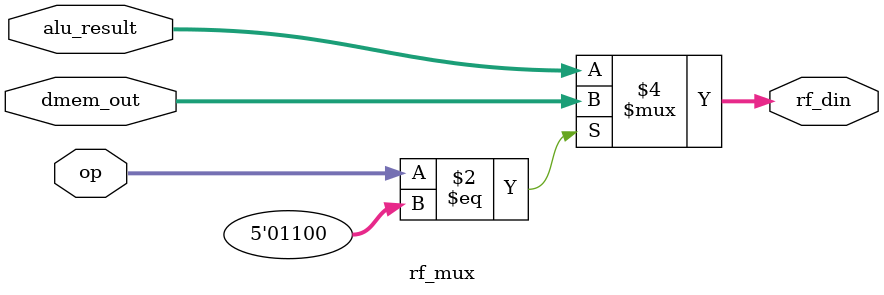
<source format=sv>
module rf_mux(
	input[4:0] op,
	input[7:0] dmem_out, 
	input[7:0] alu_result,

	output[7:0] rf_din
	);

	always_comb begin
		if (op == 12) begin
			rf_din = dmem_out;
		end
		else begin
			rf_din = alu_result;
		end
	end

endmodule
</source>
